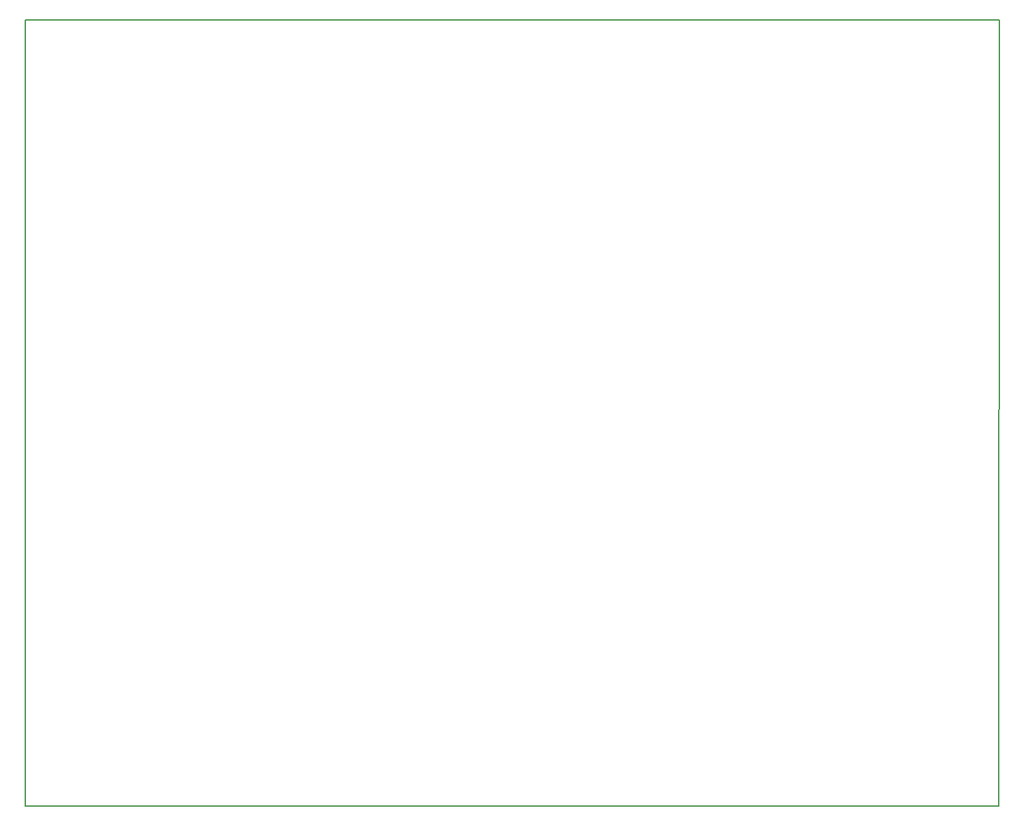
<source format=gbr>
G04 #@! TF.GenerationSoftware,KiCad,Pcbnew,5.1.6-c6e7f7d~86~ubuntu18.04.1*
G04 #@! TF.CreationDate,2020-07-20T00:11:47+01:00*
G04 #@! TF.ProjectId,ServerPSU_Breakout,53657276-6572-4505-9355-5f427265616b,rev?*
G04 #@! TF.SameCoordinates,Original*
G04 #@! TF.FileFunction,Profile,NP*
%FSLAX46Y46*%
G04 Gerber Fmt 4.6, Leading zero omitted, Abs format (unit mm)*
G04 Created by KiCad (PCBNEW 5.1.6-c6e7f7d~86~ubuntu18.04.1) date 2020-07-20 00:11:47*
%MOMM*%
%LPD*%
G01*
G04 APERTURE LIST*
G04 #@! TA.AperFunction,Profile*
%ADD10C,0.150000*%
G04 #@! TD*
G04 APERTURE END LIST*
D10*
X99441000Y-143065500D02*
X99441000Y-43053000D01*
X223329500Y-143065500D02*
X99441000Y-143065500D01*
X223393000Y-43053000D02*
X223329500Y-143065500D01*
X99441000Y-43053000D02*
X223393000Y-43053000D01*
M02*

</source>
